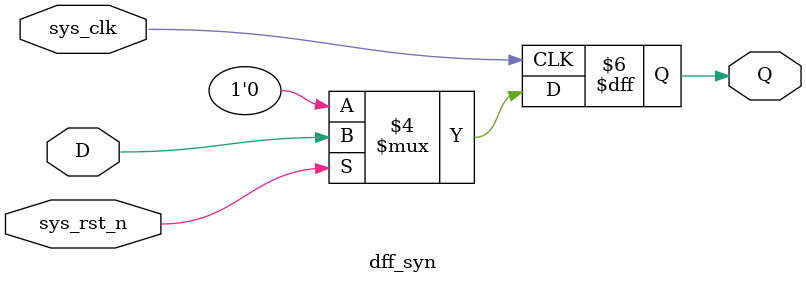
<source format=v>
module dff_syn(
    input   sys_clk,
    input   sys_rst_n,
    input   D,
    output  Q
);

	// 代码量预计5行
    reg Q;

    always @(posedge sys_clk) begin
    
        if (~sys_rst_n) Q <= 0;
        else            Q <= D;
    
    end


endmodule

</source>
